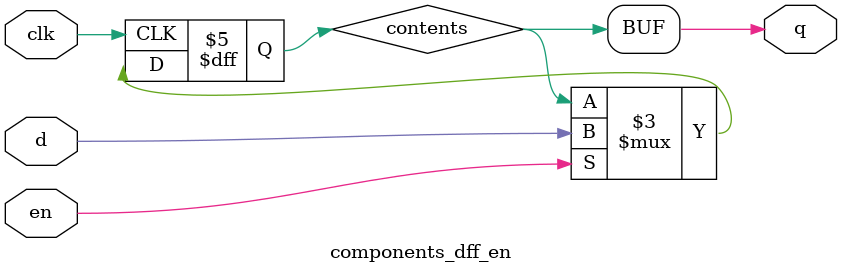
<source format=v>
module components_dff_en #(
    parameter WIDTH = 1
) (
    input clk,
    input en,
    input [WIDTH-1:0] d,
    output [WIDTH-1:0] q
);
    reg [WIDTH-1:0] contents;
    always @ (posedge clk) begin
        if (en == 1'b1)
            contents <= d;
    end
    assign q = contents;
endmodule
</source>
